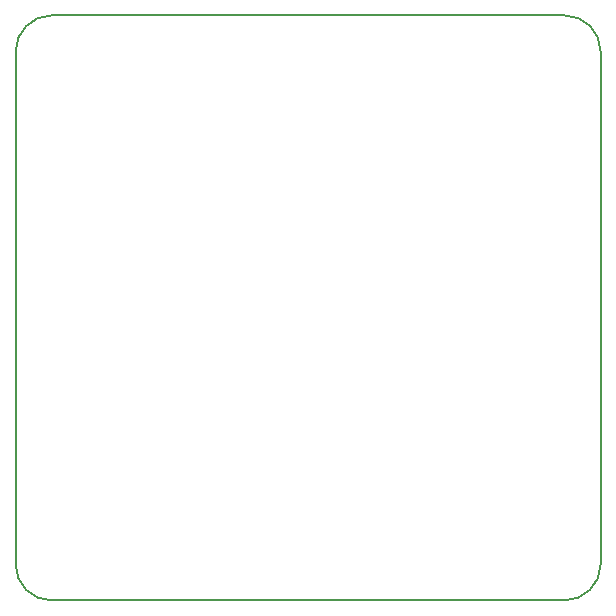
<source format=gbr>
G04 #@! TF.FileFunction,Other,User*
%FSLAX46Y46*%
G04 Gerber Fmt 4.6, Leading zero omitted, Abs format (unit mm)*
G04 Created by KiCad (PCBNEW 4.0.2-stable) date 01.03.2017 20:49:35*
%MOMM*%
G01*
G04 APERTURE LIST*
%ADD10C,0.100000*%
%ADD11C,0.150000*%
G04 APERTURE END LIST*
D10*
D11*
X154940000Y-67818000D02*
G75*
G03X151892000Y-64770000I-3048000J0D01*
G01*
X154940000Y-67818000D02*
X154940000Y-111252000D01*
X151892000Y-114300000D02*
G75*
G03X154940000Y-111252000I0J3048000D01*
G01*
X151892000Y-114300000D02*
X108458000Y-114300000D01*
X105410000Y-111252000D02*
X105410000Y-67818000D01*
X108458000Y-64770000D02*
G75*
G03X105410000Y-67818000I0J-3048000D01*
G01*
X108458000Y-64770000D02*
X151892000Y-64770000D01*
X105410000Y-111252000D02*
X105410000Y-67818000D01*
X105410000Y-111252000D02*
G75*
G03X108458000Y-114300000I3048000J0D01*
G01*
M02*

</source>
